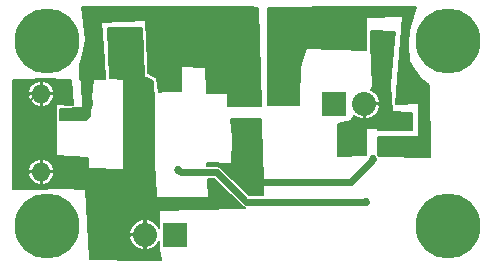
<source format=gbl>
G04 #@! TF.FileFunction,Copper,L2,Bot,Signal*
%FSLAX46Y46*%
G04 Gerber Fmt 4.6, Leading zero omitted, Abs format (unit mm)*
G04 Created by KiCad (PCBNEW (2015-01-29 BZR 5396)-product) date 3/24/2015 8:40:59 PM*
%MOMM*%
G01*
G04 APERTURE LIST*
%ADD10C,0.100000*%
%ADD11R,2.032000X2.032000*%
%ADD12O,2.032000X2.032000*%
%ADD13C,5.500000*%
%ADD14O,1.600000X1.600000*%
%ADD15C,0.686000*%
%ADD16C,0.152000*%
%ADD17C,0.610000*%
G04 APERTURE END LIST*
D10*
D11*
X92190000Y-92540000D03*
D12*
X89650000Y-92540000D03*
D13*
X115315000Y-76135000D03*
X115315000Y-91795000D03*
X81335000Y-76135000D03*
X81335000Y-91785000D03*
D11*
X105690000Y-81460000D03*
D12*
X108230000Y-81460000D03*
D14*
X80865000Y-87215000D03*
X80865000Y-80615000D03*
D15*
X107990000Y-83200000D03*
X110080000Y-81880000D03*
X109900000Y-80420000D03*
X110050000Y-78820000D03*
X109350000Y-77140000D03*
X89020000Y-79020000D03*
X87400000Y-78540000D03*
X97540000Y-84230000D03*
X99030000Y-84670000D03*
X96010000Y-89460000D03*
X92350000Y-89950000D03*
X89230000Y-89730000D03*
X87710000Y-91630000D03*
X87400000Y-94030000D03*
X85570000Y-93080000D03*
X85380000Y-90260000D03*
X87100000Y-89190000D03*
X89000000Y-87630000D03*
X86790000Y-87630000D03*
X85180000Y-88450000D03*
X79340000Y-88190000D03*
X79170000Y-81920000D03*
X81380000Y-82140000D03*
X81380000Y-84160000D03*
X79130000Y-84120000D03*
X78940000Y-86030000D03*
X81470000Y-85860000D03*
X108940000Y-86160000D03*
X99020000Y-88050000D03*
X113320000Y-84990000D03*
X113300000Y-82670000D03*
X113140000Y-80390000D03*
X111640000Y-80830000D03*
X111700000Y-78740000D03*
X111920000Y-73680000D03*
X107800000Y-73780000D03*
X105540000Y-74140000D03*
X103970000Y-74180000D03*
X102150000Y-75130000D03*
X100700000Y-74070000D03*
X100580000Y-77080000D03*
X100700000Y-79590000D03*
X102180000Y-79590000D03*
X102300000Y-77000000D03*
X103940000Y-76120000D03*
X105840000Y-76120000D03*
X84760000Y-79830000D03*
X85690000Y-78840000D03*
X85310000Y-76430000D03*
X84960000Y-74460000D03*
X86820000Y-73810000D03*
X88830000Y-73810000D03*
X91320000Y-73870000D03*
X93600000Y-75610000D03*
X93510000Y-73820000D03*
X95280000Y-73840000D03*
X95400000Y-75820000D03*
X97220000Y-77850000D03*
X97160000Y-75830000D03*
X96930000Y-73760000D03*
X98720000Y-73810000D03*
X98800000Y-75770000D03*
X98890000Y-77820000D03*
X98940000Y-79840000D03*
X97480000Y-79840000D03*
X95660000Y-79870000D03*
X95600000Y-77890000D03*
X93820000Y-77660000D03*
X92600000Y-76700000D03*
X92480000Y-87030000D03*
X108350000Y-89730000D03*
D16*
X107990000Y-83200000D02*
X108010000Y-83200000D01*
X110080000Y-80600000D02*
X110080000Y-81880000D01*
X109900000Y-80420000D02*
X110080000Y-80600000D01*
X110050000Y-77840000D02*
X110050000Y-78820000D01*
X109350000Y-77140000D02*
X110050000Y-77840000D01*
X87880000Y-79020000D02*
X89020000Y-79020000D01*
X87400000Y-78540000D02*
X87880000Y-79020000D01*
X98590000Y-84230000D02*
X97540000Y-84230000D01*
X99030000Y-84670000D02*
X98590000Y-84230000D01*
X78940000Y-86030000D02*
X78940000Y-87790000D01*
X96050000Y-89460000D02*
X96090000Y-89460000D01*
X96010000Y-89460000D02*
X96050000Y-89460000D01*
X89450000Y-89950000D02*
X92350000Y-89950000D01*
X89230000Y-89730000D02*
X89450000Y-89950000D01*
X87710000Y-93720000D02*
X87710000Y-91630000D01*
X87400000Y-94030000D02*
X87710000Y-93720000D01*
X85570000Y-90450000D02*
X85570000Y-93080000D01*
X85380000Y-90260000D02*
X85570000Y-90450000D01*
X87440000Y-89190000D02*
X87100000Y-89190000D01*
X89000000Y-87630000D02*
X87440000Y-89190000D01*
X86000000Y-87630000D02*
X86790000Y-87630000D01*
X85180000Y-88450000D02*
X86000000Y-87630000D01*
X78940000Y-87790000D02*
X79340000Y-88190000D01*
X80865000Y-80615000D02*
X80475000Y-80615000D01*
X80475000Y-80615000D02*
X79170000Y-81920000D01*
X81380000Y-82140000D02*
X81380000Y-84160000D01*
X79130000Y-84120000D02*
X78940000Y-84310000D01*
X78940000Y-84310000D02*
X78940000Y-86030000D01*
D17*
X108940000Y-86160000D02*
X107050000Y-88050000D01*
X107050000Y-88050000D02*
X99020000Y-88050000D01*
D16*
X113300000Y-80550000D02*
X113300000Y-82670000D01*
X113140000Y-80390000D02*
X113300000Y-80550000D01*
X111640000Y-78800000D02*
X111640000Y-80830000D01*
X111700000Y-78740000D02*
X111640000Y-78800000D01*
X107900000Y-73680000D02*
X111920000Y-73680000D01*
X107800000Y-73780000D02*
X107900000Y-73680000D01*
X104010000Y-74140000D02*
X105540000Y-74140000D01*
X103970000Y-74180000D02*
X104010000Y-74140000D01*
X101760000Y-75130000D02*
X102150000Y-75130000D01*
X100700000Y-74070000D02*
X101760000Y-75130000D01*
X100580000Y-79470000D02*
X100580000Y-77080000D01*
X100700000Y-79590000D02*
X100580000Y-79470000D01*
X102180000Y-77120000D02*
X102180000Y-79590000D01*
X102300000Y-77000000D02*
X102180000Y-77120000D01*
X105840000Y-76120000D02*
X103940000Y-76120000D01*
X84760000Y-79830000D02*
X84780000Y-79830000D01*
X84870000Y-78020000D02*
X85690000Y-78840000D01*
X84870000Y-76870000D02*
X84870000Y-78020000D01*
X85310000Y-76430000D02*
X84870000Y-76870000D01*
X86170000Y-74460000D02*
X84960000Y-74460000D01*
X86820000Y-73810000D02*
X86170000Y-74460000D01*
X91260000Y-73810000D02*
X88830000Y-73810000D01*
X91320000Y-73870000D02*
X91260000Y-73810000D01*
X93600000Y-73910000D02*
X93600000Y-75610000D01*
X93510000Y-73820000D02*
X93600000Y-73910000D01*
X95280000Y-75700000D02*
X95280000Y-73840000D01*
X95400000Y-75820000D02*
X95280000Y-75700000D01*
X97220000Y-75890000D02*
X97220000Y-77850000D01*
X97160000Y-75830000D02*
X97220000Y-75890000D01*
X98670000Y-73760000D02*
X96930000Y-73760000D01*
X98720000Y-73810000D02*
X98670000Y-73760000D01*
X98800000Y-77730000D02*
X98800000Y-75770000D01*
X98890000Y-77820000D02*
X98800000Y-77730000D01*
X97480000Y-79840000D02*
X98940000Y-79840000D01*
X95660000Y-77950000D02*
X95660000Y-79870000D01*
X95600000Y-77890000D02*
X95660000Y-77950000D01*
X93560000Y-77660000D02*
X93820000Y-77660000D01*
X92600000Y-76700000D02*
X93560000Y-77660000D01*
D17*
X92480000Y-87030000D02*
X92720000Y-87270000D01*
X92720000Y-87270000D02*
X95750000Y-87270000D01*
X95750000Y-87270000D02*
X98210000Y-89730000D01*
X98210000Y-89730000D02*
X108350000Y-89730000D01*
D16*
G36*
X98137962Y-90248670D02*
X97645544Y-90294088D01*
X90800087Y-90467275D01*
X90828304Y-91934592D01*
X90770186Y-91793735D01*
X90399334Y-91421864D01*
X89914402Y-91220219D01*
X89910782Y-91219505D01*
X89701000Y-91277530D01*
X89701000Y-92489000D01*
X89721000Y-92489000D01*
X89721000Y-92591000D01*
X89701000Y-92591000D01*
X89701000Y-93802470D01*
X89910782Y-93860495D01*
X89914402Y-93859781D01*
X90399334Y-93658136D01*
X90770186Y-93286265D01*
X90850552Y-93091486D01*
X90864107Y-93796296D01*
X90990947Y-94657000D01*
X90212296Y-94657000D01*
X89599000Y-94652053D01*
X89599000Y-93802470D01*
X89599000Y-92591000D01*
X89599000Y-92489000D01*
X89599000Y-91277530D01*
X89389218Y-91219505D01*
X89385598Y-91220219D01*
X88900666Y-91421864D01*
X88529814Y-91793735D01*
X88329500Y-92279218D01*
X88387462Y-92489000D01*
X89599000Y-92489000D01*
X89599000Y-92591000D01*
X88387462Y-92591000D01*
X88329500Y-92800782D01*
X88529814Y-93286265D01*
X88900666Y-93658136D01*
X89385598Y-93859781D01*
X89389218Y-93860495D01*
X89599000Y-93802470D01*
X89599000Y-94652053D01*
X84952535Y-94614582D01*
X84672595Y-88665852D01*
X82649860Y-88613540D01*
X81971978Y-88625338D01*
X81971978Y-87441964D01*
X81971978Y-86988036D01*
X81971978Y-80841964D01*
X81971978Y-80388036D01*
X81800859Y-79981690D01*
X81487264Y-79671760D01*
X81091963Y-79508027D01*
X80916000Y-79568742D01*
X80916000Y-80564000D01*
X81911354Y-80564000D01*
X81971978Y-80388036D01*
X81971978Y-80841964D01*
X81911354Y-80666000D01*
X80916000Y-80666000D01*
X80916000Y-81661258D01*
X81091963Y-81721973D01*
X81487264Y-81558240D01*
X81800859Y-81248310D01*
X81971978Y-80841964D01*
X81971978Y-86988036D01*
X81800859Y-86581690D01*
X81487264Y-86271760D01*
X81091963Y-86108027D01*
X80916000Y-86168742D01*
X80916000Y-87164000D01*
X81911354Y-87164000D01*
X81971978Y-86988036D01*
X81971978Y-87441964D01*
X81911354Y-87266000D01*
X80916000Y-87266000D01*
X80916000Y-88261258D01*
X81091963Y-88321973D01*
X81487264Y-88158240D01*
X81800859Y-87848310D01*
X81971978Y-87441964D01*
X81971978Y-88625338D01*
X80814000Y-88645492D01*
X80814000Y-88261258D01*
X80814000Y-87266000D01*
X80814000Y-87164000D01*
X80814000Y-86168742D01*
X80814000Y-81661258D01*
X80814000Y-80666000D01*
X80814000Y-80564000D01*
X80814000Y-79568742D01*
X80638037Y-79508027D01*
X80242736Y-79671760D01*
X79929141Y-79981690D01*
X79758022Y-80388036D01*
X79818646Y-80564000D01*
X80814000Y-80564000D01*
X80814000Y-80666000D01*
X79818646Y-80666000D01*
X79758022Y-80841964D01*
X79929141Y-81248310D01*
X80242736Y-81558240D01*
X80638037Y-81721973D01*
X80814000Y-81661258D01*
X80814000Y-86168742D01*
X80638037Y-86108027D01*
X80242736Y-86271760D01*
X79929141Y-86581690D01*
X79758022Y-86988036D01*
X79818646Y-87164000D01*
X80814000Y-87164000D01*
X80814000Y-87266000D01*
X79818646Y-87266000D01*
X79758022Y-87441964D01*
X79929141Y-87848310D01*
X80242736Y-88158240D01*
X80638037Y-88321973D01*
X80814000Y-88261258D01*
X80814000Y-88645492D01*
X78443000Y-88686760D01*
X78443000Y-80635972D01*
X78450526Y-79459423D01*
X82088760Y-79382626D01*
X82088628Y-79425427D01*
X83417598Y-79435456D01*
X83520083Y-81531746D01*
X82102274Y-81492287D01*
X82078609Y-85897052D01*
X84787761Y-86022731D01*
X84837831Y-86964051D01*
X87906627Y-87048128D01*
X87845474Y-79393848D01*
X86702870Y-79233483D01*
X86499729Y-75035219D01*
X89397029Y-75006721D01*
X89565880Y-79198187D01*
X90296704Y-79558593D01*
X90403767Y-81394773D01*
X90414009Y-86775008D01*
X90504130Y-87465932D01*
X90555971Y-89432877D01*
X95059421Y-89446236D01*
X94987252Y-87803000D01*
X95529224Y-87803000D01*
X97833112Y-90106888D01*
X98006029Y-90222427D01*
X98006030Y-90222428D01*
X98137962Y-90248670D01*
X98137962Y-90248670D01*
G37*
X98137962Y-90248670D02*
X97645544Y-90294088D01*
X90800087Y-90467275D01*
X90828304Y-91934592D01*
X90770186Y-91793735D01*
X90399334Y-91421864D01*
X89914402Y-91220219D01*
X89910782Y-91219505D01*
X89701000Y-91277530D01*
X89701000Y-92489000D01*
X89721000Y-92489000D01*
X89721000Y-92591000D01*
X89701000Y-92591000D01*
X89701000Y-93802470D01*
X89910782Y-93860495D01*
X89914402Y-93859781D01*
X90399334Y-93658136D01*
X90770186Y-93286265D01*
X90850552Y-93091486D01*
X90864107Y-93796296D01*
X90990947Y-94657000D01*
X90212296Y-94657000D01*
X89599000Y-94652053D01*
X89599000Y-93802470D01*
X89599000Y-92591000D01*
X89599000Y-92489000D01*
X89599000Y-91277530D01*
X89389218Y-91219505D01*
X89385598Y-91220219D01*
X88900666Y-91421864D01*
X88529814Y-91793735D01*
X88329500Y-92279218D01*
X88387462Y-92489000D01*
X89599000Y-92489000D01*
X89599000Y-92591000D01*
X88387462Y-92591000D01*
X88329500Y-92800782D01*
X88529814Y-93286265D01*
X88900666Y-93658136D01*
X89385598Y-93859781D01*
X89389218Y-93860495D01*
X89599000Y-93802470D01*
X89599000Y-94652053D01*
X84952535Y-94614582D01*
X84672595Y-88665852D01*
X82649860Y-88613540D01*
X81971978Y-88625338D01*
X81971978Y-87441964D01*
X81971978Y-86988036D01*
X81971978Y-80841964D01*
X81971978Y-80388036D01*
X81800859Y-79981690D01*
X81487264Y-79671760D01*
X81091963Y-79508027D01*
X80916000Y-79568742D01*
X80916000Y-80564000D01*
X81911354Y-80564000D01*
X81971978Y-80388036D01*
X81971978Y-80841964D01*
X81911354Y-80666000D01*
X80916000Y-80666000D01*
X80916000Y-81661258D01*
X81091963Y-81721973D01*
X81487264Y-81558240D01*
X81800859Y-81248310D01*
X81971978Y-80841964D01*
X81971978Y-86988036D01*
X81800859Y-86581690D01*
X81487264Y-86271760D01*
X81091963Y-86108027D01*
X80916000Y-86168742D01*
X80916000Y-87164000D01*
X81911354Y-87164000D01*
X81971978Y-86988036D01*
X81971978Y-87441964D01*
X81911354Y-87266000D01*
X80916000Y-87266000D01*
X80916000Y-88261258D01*
X81091963Y-88321973D01*
X81487264Y-88158240D01*
X81800859Y-87848310D01*
X81971978Y-87441964D01*
X81971978Y-88625338D01*
X80814000Y-88645492D01*
X80814000Y-88261258D01*
X80814000Y-87266000D01*
X80814000Y-87164000D01*
X80814000Y-86168742D01*
X80814000Y-81661258D01*
X80814000Y-80666000D01*
X80814000Y-80564000D01*
X80814000Y-79568742D01*
X80638037Y-79508027D01*
X80242736Y-79671760D01*
X79929141Y-79981690D01*
X79758022Y-80388036D01*
X79818646Y-80564000D01*
X80814000Y-80564000D01*
X80814000Y-80666000D01*
X79818646Y-80666000D01*
X79758022Y-80841964D01*
X79929141Y-81248310D01*
X80242736Y-81558240D01*
X80638037Y-81721973D01*
X80814000Y-81661258D01*
X80814000Y-86168742D01*
X80638037Y-86108027D01*
X80242736Y-86271760D01*
X79929141Y-86581690D01*
X79758022Y-86988036D01*
X79818646Y-87164000D01*
X80814000Y-87164000D01*
X80814000Y-87266000D01*
X79818646Y-87266000D01*
X79758022Y-87441964D01*
X79929141Y-87848310D01*
X80242736Y-88158240D01*
X80638037Y-88321973D01*
X80814000Y-88261258D01*
X80814000Y-88645492D01*
X78443000Y-88686760D01*
X78443000Y-80635972D01*
X78450526Y-79459423D01*
X82088760Y-79382626D01*
X82088628Y-79425427D01*
X83417598Y-79435456D01*
X83520083Y-81531746D01*
X82102274Y-81492287D01*
X82078609Y-85897052D01*
X84787761Y-86022731D01*
X84837831Y-86964051D01*
X87906627Y-87048128D01*
X87845474Y-79393848D01*
X86702870Y-79233483D01*
X86499729Y-75035219D01*
X89397029Y-75006721D01*
X89565880Y-79198187D01*
X90296704Y-79558593D01*
X90403767Y-81394773D01*
X90414009Y-86775008D01*
X90504130Y-87465932D01*
X90555971Y-89432877D01*
X95059421Y-89446236D01*
X94987252Y-87803000D01*
X95529224Y-87803000D01*
X97833112Y-90106888D01*
X98006029Y-90222427D01*
X98006030Y-90222428D01*
X98137962Y-90248670D01*
G36*
X99613854Y-89197000D02*
X98430776Y-89197000D01*
X96126888Y-86893112D01*
X95953971Y-86777572D01*
X95750000Y-86737000D01*
X94940434Y-86737000D01*
X94929479Y-86487542D01*
X97003542Y-86527428D01*
X97074015Y-84342746D01*
X96971047Y-82736310D01*
X99436260Y-82745719D01*
X99486234Y-84394404D01*
X99515517Y-84394857D01*
X99613854Y-89197000D01*
X99613854Y-89197000D01*
G37*
X99613854Y-89197000D02*
X98430776Y-89197000D01*
X96126888Y-86893112D01*
X95953971Y-86777572D01*
X95750000Y-86737000D01*
X94940434Y-86737000D01*
X94929479Y-86487542D01*
X97003542Y-86527428D01*
X97074015Y-84342746D01*
X96971047Y-82736310D01*
X99436260Y-82745719D01*
X99486234Y-84394404D01*
X99515517Y-84394857D01*
X99613854Y-89197000D01*
G36*
X99461675Y-81605774D02*
X98402303Y-81630034D01*
X98382474Y-81634000D01*
X98230000Y-81634000D01*
X96646707Y-81634000D01*
X96656703Y-80554432D01*
X94884294Y-80544419D01*
X94834349Y-78356803D01*
X92671664Y-78273622D01*
X92673918Y-80374000D01*
X91355430Y-80374000D01*
X90842449Y-80435912D01*
X90637077Y-79261442D01*
X89915129Y-78826533D01*
X89895964Y-77887484D01*
X89732379Y-74319275D01*
X85939030Y-74558965D01*
X86154141Y-77744646D01*
X86243555Y-79371412D01*
X86243969Y-79374712D01*
X85235200Y-79383090D01*
X85113569Y-80882236D01*
X85191945Y-81440664D01*
X84963007Y-82017986D01*
X84995712Y-82498651D01*
X84669285Y-82814000D01*
X82540003Y-82814000D01*
X82485768Y-82813996D01*
X82476717Y-81855595D01*
X84368535Y-81845586D01*
X84295571Y-79633668D01*
X84220081Y-79420222D01*
X84184253Y-79348564D01*
X84106000Y-78556256D01*
X84106000Y-78144954D01*
X84270944Y-77920856D01*
X84404190Y-77216690D01*
X84697364Y-76094545D01*
X84305658Y-73278000D01*
X97562945Y-73278000D01*
X97761305Y-73279676D01*
X97761234Y-73278575D01*
X97809494Y-73280083D01*
X98443313Y-73285439D01*
X98445232Y-73299950D01*
X99206238Y-73323732D01*
X99461675Y-81605774D01*
X99461675Y-81605774D01*
G37*
X99461675Y-81605774D02*
X98402303Y-81630034D01*
X98382474Y-81634000D01*
X98230000Y-81634000D01*
X96646707Y-81634000D01*
X96656703Y-80554432D01*
X94884294Y-80544419D01*
X94834349Y-78356803D01*
X92671664Y-78273622D01*
X92673918Y-80374000D01*
X91355430Y-80374000D01*
X90842449Y-80435912D01*
X90637077Y-79261442D01*
X89915129Y-78826533D01*
X89895964Y-77887484D01*
X89732379Y-74319275D01*
X85939030Y-74558965D01*
X86154141Y-77744646D01*
X86243555Y-79371412D01*
X86243969Y-79374712D01*
X85235200Y-79383090D01*
X85113569Y-80882236D01*
X85191945Y-81440664D01*
X84963007Y-82017986D01*
X84995712Y-82498651D01*
X84669285Y-82814000D01*
X82540003Y-82814000D01*
X82485768Y-82813996D01*
X82476717Y-81855595D01*
X84368535Y-81845586D01*
X84295571Y-79633668D01*
X84220081Y-79420222D01*
X84184253Y-79348564D01*
X84106000Y-78556256D01*
X84106000Y-78144954D01*
X84270944Y-77920856D01*
X84404190Y-77216690D01*
X84697364Y-76094545D01*
X84305658Y-73278000D01*
X97562945Y-73278000D01*
X97761305Y-73279676D01*
X97761234Y-73278575D01*
X97809494Y-73280083D01*
X98443313Y-73285439D01*
X98445232Y-73299950D01*
X99206238Y-73323732D01*
X99461675Y-81605774D01*
G36*
X113784523Y-85961564D02*
X109448837Y-85896233D01*
X109424353Y-85836977D01*
X109374976Y-85787514D01*
X109366431Y-84266439D01*
X112856330Y-84286439D01*
X112846000Y-81889836D01*
X112846000Y-81391575D01*
X110942053Y-81451385D01*
X111491900Y-74053439D01*
X108404000Y-74074517D01*
X108404000Y-76911003D01*
X103290364Y-76713150D01*
X102762656Y-78331923D01*
X102676396Y-81024000D01*
X102664395Y-81024000D01*
X102681626Y-81584000D01*
X102310830Y-81584000D01*
X100096000Y-81535641D01*
X100096000Y-81089951D01*
X100086096Y-73365106D01*
X107455247Y-73278000D01*
X112580871Y-73278000D01*
X112024871Y-75196203D01*
X111923865Y-76438578D01*
X111984930Y-77832906D01*
X112326355Y-78391601D01*
X113005054Y-79364065D01*
X113704509Y-79869227D01*
X113784523Y-85961564D01*
X113784523Y-85961564D01*
G37*
X113784523Y-85961564D02*
X109448837Y-85896233D01*
X109424353Y-85836977D01*
X109374976Y-85787514D01*
X109366431Y-84266439D01*
X112856330Y-84286439D01*
X112846000Y-81889836D01*
X112846000Y-81391575D01*
X110942053Y-81451385D01*
X111491900Y-74053439D01*
X108404000Y-74074517D01*
X108404000Y-76911003D01*
X103290364Y-76713150D01*
X102762656Y-78331923D01*
X102676396Y-81024000D01*
X102664395Y-81024000D01*
X102681626Y-81584000D01*
X102310830Y-81584000D01*
X100096000Y-81535641D01*
X100096000Y-81089951D01*
X100086096Y-73365106D01*
X107455247Y-73278000D01*
X112580871Y-73278000D01*
X112024871Y-75196203D01*
X111923865Y-76438578D01*
X111984930Y-77832906D01*
X112326355Y-78391601D01*
X113005054Y-79364065D01*
X113704509Y-79869227D01*
X113784523Y-85961564D01*
G36*
X112282107Y-83664755D02*
X109550500Y-83691361D01*
X109550500Y-81720782D01*
X109492538Y-81511000D01*
X108281000Y-81511000D01*
X108281000Y-82722470D01*
X108490782Y-82780495D01*
X108494402Y-82779781D01*
X108979334Y-82578136D01*
X109350186Y-82206265D01*
X109550500Y-81720782D01*
X109550500Y-83691361D01*
X109339922Y-83693413D01*
X109300434Y-83527170D01*
X108342285Y-83501926D01*
X108392401Y-85807277D01*
X105996834Y-85910615D01*
X106025381Y-83179604D01*
X107072059Y-82919962D01*
X107351603Y-82483778D01*
X107355108Y-82452233D01*
X107480666Y-82578136D01*
X107965598Y-82779781D01*
X107969218Y-82780495D01*
X108179000Y-82722470D01*
X108179000Y-81511000D01*
X108159000Y-81511000D01*
X108159000Y-81409000D01*
X108179000Y-81409000D01*
X108179000Y-81389000D01*
X108281000Y-81389000D01*
X108281000Y-81409000D01*
X109492538Y-81409000D01*
X109550500Y-81199218D01*
X109350186Y-80713735D01*
X108979334Y-80341864D01*
X108777981Y-80258137D01*
X108915818Y-80043064D01*
X108796015Y-76269252D01*
X108805979Y-75442184D01*
X108812552Y-75297584D01*
X110850512Y-75341577D01*
X110734539Y-76070606D01*
X110393800Y-79848802D01*
X110528029Y-82141022D01*
X112122042Y-82255624D01*
X112246357Y-82225814D01*
X112282107Y-83664755D01*
X112282107Y-83664755D01*
G37*
X112282107Y-83664755D02*
X109550500Y-83691361D01*
X109550500Y-81720782D01*
X109492538Y-81511000D01*
X108281000Y-81511000D01*
X108281000Y-82722470D01*
X108490782Y-82780495D01*
X108494402Y-82779781D01*
X108979334Y-82578136D01*
X109350186Y-82206265D01*
X109550500Y-81720782D01*
X109550500Y-83691361D01*
X109339922Y-83693413D01*
X109300434Y-83527170D01*
X108342285Y-83501926D01*
X108392401Y-85807277D01*
X105996834Y-85910615D01*
X106025381Y-83179604D01*
X107072059Y-82919962D01*
X107351603Y-82483778D01*
X107355108Y-82452233D01*
X107480666Y-82578136D01*
X107965598Y-82779781D01*
X107969218Y-82780495D01*
X108179000Y-82722470D01*
X108179000Y-81511000D01*
X108159000Y-81511000D01*
X108159000Y-81409000D01*
X108179000Y-81409000D01*
X108179000Y-81389000D01*
X108281000Y-81389000D01*
X108281000Y-81409000D01*
X109492538Y-81409000D01*
X109550500Y-81199218D01*
X109350186Y-80713735D01*
X108979334Y-80341864D01*
X108777981Y-80258137D01*
X108915818Y-80043064D01*
X108796015Y-76269252D01*
X108805979Y-75442184D01*
X108812552Y-75297584D01*
X110850512Y-75341577D01*
X110734539Y-76070606D01*
X110393800Y-79848802D01*
X110528029Y-82141022D01*
X112122042Y-82255624D01*
X112246357Y-82225814D01*
X112282107Y-83664755D01*
M02*

</source>
